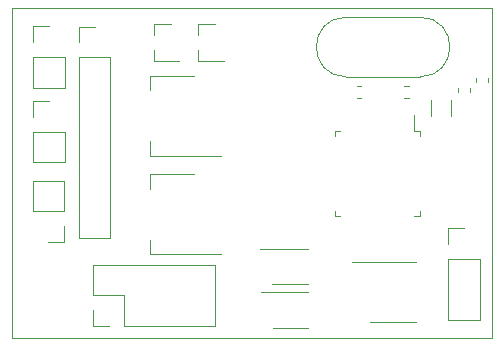
<source format=gbr>
%TF.GenerationSoftware,KiCad,Pcbnew,(5.1.6-0-10_14)*%
%TF.CreationDate,2021-06-09T21:20:11-05:00*%
%TF.ProjectId,led_driver_v2_06052021,6c65645f-6472-4697-9665-725f76325f30,rev?*%
%TF.SameCoordinates,Original*%
%TF.FileFunction,Legend,Top*%
%TF.FilePolarity,Positive*%
%FSLAX46Y46*%
G04 Gerber Fmt 4.6, Leading zero omitted, Abs format (unit mm)*
G04 Created by KiCad (PCBNEW (5.1.6-0-10_14)) date 2021-06-09 21:20:11*
%MOMM*%
%LPD*%
G01*
G04 APERTURE LIST*
%TA.AperFunction,Profile*%
%ADD10C,0.050000*%
%TD*%
%ADD11C,0.120000*%
G04 APERTURE END LIST*
D10*
X182880000Y-25400000D02*
X142240000Y-25400000D01*
X182880000Y-53340000D02*
X182880000Y-25400000D01*
X142240000Y-53340000D02*
X182880000Y-53340000D01*
X142240000Y-25400000D02*
X142240000Y-53340000D01*
D11*
%TO.C,Y2*%
X176755000Y-26135000D02*
X170505000Y-26135000D01*
X176755000Y-31185000D02*
X170505000Y-31185000D01*
X176755000Y-26135000D02*
G75*
G02*
X176755000Y-31185000I0J-2525000D01*
G01*
X170505000Y-26135000D02*
G75*
G03*
X170505000Y-31185000I0J-2525000D01*
G01*
%TO.C,C1*%
X180980000Y-32516267D02*
X180980000Y-32173733D01*
X179960000Y-32516267D02*
X179960000Y-32173733D01*
%TO.C,C2*%
X181500000Y-31591267D02*
X181500000Y-31248733D01*
X182520000Y-31591267D02*
X182520000Y-31248733D01*
%TO.C,C3*%
X175443733Y-32990000D02*
X175786267Y-32990000D01*
X175443733Y-31970000D02*
X175786267Y-31970000D01*
%TO.C,C4*%
X171756267Y-32980000D02*
X171413733Y-32980000D01*
X171756267Y-31960000D02*
X171413733Y-31960000D01*
%TO.C,J3*%
X146620000Y-45170000D02*
X145290000Y-45170000D01*
X146620000Y-43840000D02*
X146620000Y-45170000D01*
X146620000Y-42570000D02*
X143960000Y-42570000D01*
X143960000Y-42570000D02*
X143960000Y-39970000D01*
X146620000Y-42570000D02*
X146620000Y-39970000D01*
X146620000Y-39970000D02*
X143960000Y-39970000D01*
%TO.C,J4*%
X149090000Y-52290000D02*
X149090000Y-50960000D01*
X150420000Y-52290000D02*
X149090000Y-52290000D01*
X149090000Y-49690000D02*
X149090000Y-47090000D01*
X151690000Y-49690000D02*
X149090000Y-49690000D01*
X151690000Y-52290000D02*
X151690000Y-49690000D01*
X149090000Y-47090000D02*
X159370000Y-47090000D01*
X151690000Y-52290000D02*
X159370000Y-52290000D01*
X159370000Y-52290000D02*
X159370000Y-47090000D01*
%TO.C,J5*%
X144030000Y-33240000D02*
X145360000Y-33240000D01*
X144030000Y-34570000D02*
X144030000Y-33240000D01*
X144030000Y-35840000D02*
X146690000Y-35840000D01*
X146690000Y-35840000D02*
X146690000Y-38440000D01*
X144030000Y-35840000D02*
X144030000Y-38440000D01*
X144030000Y-38440000D02*
X146690000Y-38440000D01*
%TO.C,J6*%
X144010000Y-32100000D02*
X146670000Y-32100000D01*
X144010000Y-29500000D02*
X144010000Y-32100000D01*
X146670000Y-29500000D02*
X146670000Y-32100000D01*
X144010000Y-29500000D02*
X146670000Y-29500000D01*
X144010000Y-28230000D02*
X144010000Y-26900000D01*
X144010000Y-26900000D02*
X145340000Y-26900000D01*
%TO.C,J7*%
X147890000Y-26930000D02*
X149220000Y-26930000D01*
X147890000Y-28260000D02*
X147890000Y-26930000D01*
X147890000Y-29530000D02*
X150550000Y-29530000D01*
X150550000Y-29530000D02*
X150550000Y-44830000D01*
X147890000Y-29530000D02*
X147890000Y-44830000D01*
X147890000Y-44830000D02*
X150550000Y-44830000D01*
%TO.C,J8*%
X179170000Y-44010000D02*
X180500000Y-44010000D01*
X179170000Y-45340000D02*
X179170000Y-44010000D01*
X179170000Y-46610000D02*
X181830000Y-46610000D01*
X181830000Y-46610000D02*
X181830000Y-51750000D01*
X179170000Y-46610000D02*
X179170000Y-51750000D01*
X179170000Y-51750000D02*
X181830000Y-51750000D01*
%TO.C,Q1*%
X154210000Y-26700000D02*
X154210000Y-27630000D01*
X154210000Y-29860000D02*
X154210000Y-28930000D01*
X154210000Y-29860000D02*
X156370000Y-29860000D01*
X154210000Y-26700000D02*
X155670000Y-26700000D01*
%TO.C,Q2*%
X157970000Y-26730000D02*
X159430000Y-26730000D01*
X157970000Y-29890000D02*
X160130000Y-29890000D01*
X157970000Y-29890000D02*
X157970000Y-28960000D01*
X157970000Y-26730000D02*
X157970000Y-27660000D01*
%TO.C,U1*%
X153860000Y-31080000D02*
X153860000Y-32340000D01*
X153860000Y-37900000D02*
X153860000Y-36640000D01*
X157620000Y-31080000D02*
X153860000Y-31080000D01*
X159870000Y-37900000D02*
X153860000Y-37900000D01*
%TO.C,U2*%
X176290000Y-35740000D02*
X176290000Y-34450000D01*
X176740000Y-35740000D02*
X176290000Y-35740000D01*
X176740000Y-36190000D02*
X176740000Y-35740000D01*
X176740000Y-42960000D02*
X176290000Y-42960000D01*
X176740000Y-42510000D02*
X176740000Y-42960000D01*
X169520000Y-35740000D02*
X169970000Y-35740000D01*
X169520000Y-36190000D02*
X169520000Y-35740000D01*
X169520000Y-42960000D02*
X169970000Y-42960000D01*
X169520000Y-42510000D02*
X169520000Y-42960000D01*
%TO.C,U3*%
X167250000Y-48760000D02*
X164250000Y-48760000D01*
X167250000Y-45760000D02*
X163250000Y-45760000D01*
%TO.C,U4*%
X174470000Y-46860000D02*
X171020000Y-46860000D01*
X174470000Y-46860000D02*
X176420000Y-46860000D01*
X174470000Y-51980000D02*
X172520000Y-51980000D01*
X174470000Y-51980000D02*
X176420000Y-51980000D01*
%TO.C,U5*%
X167270000Y-49450000D02*
X163270000Y-49450000D01*
X167270000Y-52450000D02*
X164270000Y-52450000D01*
%TO.C,U10*%
X159900000Y-46230000D02*
X153890000Y-46230000D01*
X157650000Y-39410000D02*
X153890000Y-39410000D01*
X153890000Y-46230000D02*
X153890000Y-44970000D01*
X153890000Y-39410000D02*
X153890000Y-40670000D01*
%TO.C,Y1*%
X177655000Y-34545000D02*
X177655000Y-33195000D01*
X179405000Y-34545000D02*
X179405000Y-33195000D01*
%TD*%
M02*

</source>
